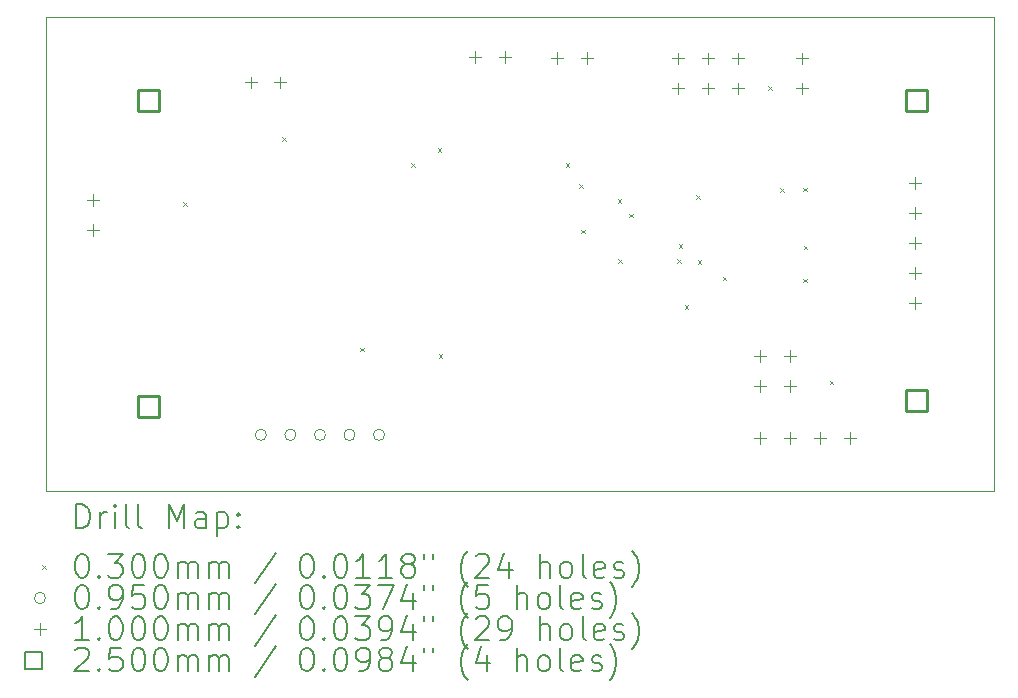
<source format=gbr>
%TF.GenerationSoftware,KiCad,Pcbnew,8.0.5*%
%TF.CreationDate,2024-11-08T11:42:43+01:00*%
%TF.ProjectId,SMD-Loetstation_v2,534d442d-4c6f-4657-9473-746174696f6e,rev?*%
%TF.SameCoordinates,Original*%
%TF.FileFunction,Drillmap*%
%TF.FilePolarity,Positive*%
%FSLAX45Y45*%
G04 Gerber Fmt 4.5, Leading zero omitted, Abs format (unit mm)*
G04 Created by KiCad (PCBNEW 8.0.5) date 2024-11-08 11:42:43*
%MOMM*%
%LPD*%
G01*
G04 APERTURE LIST*
%ADD10C,0.050000*%
%ADD11C,0.200000*%
%ADD12C,0.100000*%
%ADD13C,0.250000*%
G04 APERTURE END LIST*
D10*
X9753600Y-7162800D02*
X17780000Y-7162800D01*
X17780000Y-7162800D02*
X17780000Y-11176000D01*
X17780000Y-11176000D02*
X9753600Y-11176000D01*
X9753600Y-11176000D02*
X9753600Y-7162800D01*
D11*
D12*
X10917160Y-8732760D02*
X10947160Y-8762760D01*
X10947160Y-8732760D02*
X10917160Y-8762760D01*
X11752820Y-8182240D02*
X11782820Y-8212240D01*
X11782820Y-8182240D02*
X11752820Y-8212240D01*
X12415760Y-9962120D02*
X12445760Y-9992120D01*
X12445760Y-9962120D02*
X12415760Y-9992120D01*
X12845020Y-8400680D02*
X12875020Y-8430680D01*
X12875020Y-8400680D02*
X12845020Y-8430680D01*
X13071080Y-8273680D02*
X13101080Y-8303680D01*
X13101080Y-8273680D02*
X13071080Y-8303680D01*
X13081240Y-10018000D02*
X13111240Y-10048000D01*
X13111240Y-10018000D02*
X13081240Y-10048000D01*
X14153120Y-8402560D02*
X14183120Y-8432560D01*
X14183120Y-8402560D02*
X14153120Y-8432560D01*
X14269960Y-8580360D02*
X14299960Y-8610360D01*
X14299960Y-8580360D02*
X14269960Y-8610360D01*
X14285200Y-8965480D02*
X14315200Y-8995480D01*
X14315200Y-8965480D02*
X14285200Y-8995480D01*
X14595080Y-8707360D02*
X14625080Y-8737360D01*
X14625080Y-8707360D02*
X14595080Y-8737360D01*
X14600160Y-9215360D02*
X14630160Y-9245360D01*
X14630160Y-9215360D02*
X14600160Y-9245360D01*
X14694140Y-8829280D02*
X14724140Y-8859280D01*
X14724140Y-8829280D02*
X14694140Y-8859280D01*
X15098000Y-9215360D02*
X15128000Y-9245360D01*
X15128000Y-9215360D02*
X15098000Y-9245360D01*
X15113240Y-9088360D02*
X15143240Y-9118360D01*
X15143240Y-9088360D02*
X15113240Y-9118360D01*
X15164040Y-9601440D02*
X15194040Y-9631440D01*
X15194040Y-9601440D02*
X15164040Y-9631440D01*
X15260560Y-8671800D02*
X15290560Y-8701800D01*
X15290560Y-8671800D02*
X15260560Y-8701800D01*
X15270720Y-9220440D02*
X15300720Y-9250440D01*
X15300720Y-9220440D02*
X15270720Y-9250440D01*
X15484080Y-9362680D02*
X15514080Y-9392680D01*
X15514080Y-9362680D02*
X15484080Y-9392680D01*
X15867620Y-7747900D02*
X15897620Y-7777900D01*
X15897620Y-7747900D02*
X15867620Y-7777900D01*
X15969220Y-8611500D02*
X15999220Y-8641500D01*
X15999220Y-8611500D02*
X15969220Y-8641500D01*
X16164800Y-9378580D02*
X16194800Y-9408580D01*
X16194800Y-9378580D02*
X16164800Y-9408580D01*
X16167340Y-8608960D02*
X16197340Y-8638960D01*
X16197340Y-8608960D02*
X16167340Y-8638960D01*
X16168610Y-9100450D02*
X16198610Y-9130450D01*
X16198610Y-9100450D02*
X16168610Y-9130450D01*
X16390860Y-10241520D02*
X16420860Y-10271520D01*
X16420860Y-10241520D02*
X16390860Y-10271520D01*
X11621580Y-10701020D02*
G75*
G02*
X11526580Y-10701020I-47500J0D01*
G01*
X11526580Y-10701020D02*
G75*
G02*
X11621580Y-10701020I47500J0D01*
G01*
X11871580Y-10701020D02*
G75*
G02*
X11776580Y-10701020I-47500J0D01*
G01*
X11776580Y-10701020D02*
G75*
G02*
X11871580Y-10701020I47500J0D01*
G01*
X12121580Y-10701020D02*
G75*
G02*
X12026580Y-10701020I-47500J0D01*
G01*
X12026580Y-10701020D02*
G75*
G02*
X12121580Y-10701020I47500J0D01*
G01*
X12371580Y-10701020D02*
G75*
G02*
X12276580Y-10701020I-47500J0D01*
G01*
X12276580Y-10701020D02*
G75*
G02*
X12371580Y-10701020I47500J0D01*
G01*
X12621580Y-10701020D02*
G75*
G02*
X12526580Y-10701020I-47500J0D01*
G01*
X12526580Y-10701020D02*
G75*
G02*
X12621580Y-10701020I47500J0D01*
G01*
X10152380Y-8661700D02*
X10152380Y-8761700D01*
X10102380Y-8711700D02*
X10202380Y-8711700D01*
X10152380Y-8915700D02*
X10152380Y-9015700D01*
X10102380Y-8965700D02*
X10202380Y-8965700D01*
X11487340Y-7667180D02*
X11487340Y-7767180D01*
X11437340Y-7717180D02*
X11537340Y-7717180D01*
X11737340Y-7667180D02*
X11737340Y-7767180D01*
X11687340Y-7717180D02*
X11787340Y-7717180D01*
X13388340Y-7453160D02*
X13388340Y-7553160D01*
X13338340Y-7503160D02*
X13438340Y-7503160D01*
X13642340Y-7453160D02*
X13642340Y-7553160D01*
X13592340Y-7503160D02*
X13692340Y-7503160D01*
X14084300Y-7458240D02*
X14084300Y-7558240D01*
X14034300Y-7508240D02*
X14134300Y-7508240D01*
X14338300Y-7458240D02*
X14338300Y-7558240D01*
X14288300Y-7508240D02*
X14388300Y-7508240D01*
X15102840Y-7463980D02*
X15102840Y-7563980D01*
X15052840Y-7513980D02*
X15152840Y-7513980D01*
X15102840Y-7717980D02*
X15102840Y-7817980D01*
X15052840Y-7767980D02*
X15152840Y-7767980D01*
X15356840Y-7463980D02*
X15356840Y-7563980D01*
X15306840Y-7513980D02*
X15406840Y-7513980D01*
X15356840Y-7717980D02*
X15356840Y-7817980D01*
X15306840Y-7767980D02*
X15406840Y-7767980D01*
X15610840Y-7463980D02*
X15610840Y-7563980D01*
X15560840Y-7513980D02*
X15660840Y-7513980D01*
X15610840Y-7717980D02*
X15610840Y-7817980D01*
X15560840Y-7767980D02*
X15660840Y-7767980D01*
X15796260Y-9983660D02*
X15796260Y-10083660D01*
X15746260Y-10033660D02*
X15846260Y-10033660D01*
X15796260Y-10237660D02*
X15796260Y-10337660D01*
X15746260Y-10287660D02*
X15846260Y-10287660D01*
X15796260Y-10680890D02*
X15796260Y-10780890D01*
X15746260Y-10730890D02*
X15846260Y-10730890D01*
X16050260Y-9983660D02*
X16050260Y-10083660D01*
X16000260Y-10033660D02*
X16100260Y-10033660D01*
X16050260Y-10237660D02*
X16050260Y-10337660D01*
X16000260Y-10287660D02*
X16100260Y-10287660D01*
X16050260Y-10680890D02*
X16050260Y-10780890D01*
X16000260Y-10730890D02*
X16100260Y-10730890D01*
X16156940Y-7463980D02*
X16156940Y-7563980D01*
X16106940Y-7513980D02*
X16206940Y-7513980D01*
X16156940Y-7717980D02*
X16156940Y-7817980D01*
X16106940Y-7767980D02*
X16206940Y-7767980D01*
X16304260Y-10680890D02*
X16304260Y-10780890D01*
X16254260Y-10730890D02*
X16354260Y-10730890D01*
X16558260Y-10680890D02*
X16558260Y-10780890D01*
X16508260Y-10730890D02*
X16608260Y-10730890D01*
X17109440Y-8518080D02*
X17109440Y-8618080D01*
X17059440Y-8568080D02*
X17159440Y-8568080D01*
X17109440Y-8772080D02*
X17109440Y-8872080D01*
X17059440Y-8822080D02*
X17159440Y-8822080D01*
X17109440Y-9026080D02*
X17109440Y-9126080D01*
X17059440Y-9076080D02*
X17159440Y-9076080D01*
X17109440Y-9280080D02*
X17109440Y-9380080D01*
X17059440Y-9330080D02*
X17159440Y-9330080D01*
X17109440Y-9534080D02*
X17109440Y-9634080D01*
X17059440Y-9584080D02*
X17159440Y-9584080D01*
D13*
X10708129Y-7957969D02*
X10708129Y-7781191D01*
X10531351Y-7781191D01*
X10531351Y-7957969D01*
X10708129Y-7957969D01*
X10708129Y-10548769D02*
X10708129Y-10371991D01*
X10531351Y-10371991D01*
X10531351Y-10548769D01*
X10708129Y-10548769D01*
X17210529Y-7957969D02*
X17210529Y-7781191D01*
X17033751Y-7781191D01*
X17033751Y-7957969D01*
X17210529Y-7957969D01*
X17210529Y-10497969D02*
X17210529Y-10321191D01*
X17033751Y-10321191D01*
X17033751Y-10497969D01*
X17210529Y-10497969D01*
D11*
X10011877Y-11489984D02*
X10011877Y-11289984D01*
X10011877Y-11289984D02*
X10059496Y-11289984D01*
X10059496Y-11289984D02*
X10088067Y-11299508D01*
X10088067Y-11299508D02*
X10107115Y-11318555D01*
X10107115Y-11318555D02*
X10116639Y-11337603D01*
X10116639Y-11337603D02*
X10126163Y-11375698D01*
X10126163Y-11375698D02*
X10126163Y-11404269D01*
X10126163Y-11404269D02*
X10116639Y-11442365D01*
X10116639Y-11442365D02*
X10107115Y-11461412D01*
X10107115Y-11461412D02*
X10088067Y-11480460D01*
X10088067Y-11480460D02*
X10059496Y-11489984D01*
X10059496Y-11489984D02*
X10011877Y-11489984D01*
X10211877Y-11489984D02*
X10211877Y-11356650D01*
X10211877Y-11394746D02*
X10221401Y-11375698D01*
X10221401Y-11375698D02*
X10230924Y-11366174D01*
X10230924Y-11366174D02*
X10249972Y-11356650D01*
X10249972Y-11356650D02*
X10269020Y-11356650D01*
X10335686Y-11489984D02*
X10335686Y-11356650D01*
X10335686Y-11289984D02*
X10326163Y-11299508D01*
X10326163Y-11299508D02*
X10335686Y-11309031D01*
X10335686Y-11309031D02*
X10345210Y-11299508D01*
X10345210Y-11299508D02*
X10335686Y-11289984D01*
X10335686Y-11289984D02*
X10335686Y-11309031D01*
X10459496Y-11489984D02*
X10440448Y-11480460D01*
X10440448Y-11480460D02*
X10430924Y-11461412D01*
X10430924Y-11461412D02*
X10430924Y-11289984D01*
X10564258Y-11489984D02*
X10545210Y-11480460D01*
X10545210Y-11480460D02*
X10535686Y-11461412D01*
X10535686Y-11461412D02*
X10535686Y-11289984D01*
X10792829Y-11489984D02*
X10792829Y-11289984D01*
X10792829Y-11289984D02*
X10859496Y-11432841D01*
X10859496Y-11432841D02*
X10926163Y-11289984D01*
X10926163Y-11289984D02*
X10926163Y-11489984D01*
X11107115Y-11489984D02*
X11107115Y-11385222D01*
X11107115Y-11385222D02*
X11097591Y-11366174D01*
X11097591Y-11366174D02*
X11078544Y-11356650D01*
X11078544Y-11356650D02*
X11040448Y-11356650D01*
X11040448Y-11356650D02*
X11021401Y-11366174D01*
X11107115Y-11480460D02*
X11088067Y-11489984D01*
X11088067Y-11489984D02*
X11040448Y-11489984D01*
X11040448Y-11489984D02*
X11021401Y-11480460D01*
X11021401Y-11480460D02*
X11011877Y-11461412D01*
X11011877Y-11461412D02*
X11011877Y-11442365D01*
X11011877Y-11442365D02*
X11021401Y-11423317D01*
X11021401Y-11423317D02*
X11040448Y-11413793D01*
X11040448Y-11413793D02*
X11088067Y-11413793D01*
X11088067Y-11413793D02*
X11107115Y-11404269D01*
X11202353Y-11356650D02*
X11202353Y-11556650D01*
X11202353Y-11366174D02*
X11221401Y-11356650D01*
X11221401Y-11356650D02*
X11259496Y-11356650D01*
X11259496Y-11356650D02*
X11278543Y-11366174D01*
X11278543Y-11366174D02*
X11288067Y-11375698D01*
X11288067Y-11375698D02*
X11297591Y-11394746D01*
X11297591Y-11394746D02*
X11297591Y-11451888D01*
X11297591Y-11451888D02*
X11288067Y-11470936D01*
X11288067Y-11470936D02*
X11278543Y-11480460D01*
X11278543Y-11480460D02*
X11259496Y-11489984D01*
X11259496Y-11489984D02*
X11221401Y-11489984D01*
X11221401Y-11489984D02*
X11202353Y-11480460D01*
X11383305Y-11470936D02*
X11392829Y-11480460D01*
X11392829Y-11480460D02*
X11383305Y-11489984D01*
X11383305Y-11489984D02*
X11373782Y-11480460D01*
X11373782Y-11480460D02*
X11383305Y-11470936D01*
X11383305Y-11470936D02*
X11383305Y-11489984D01*
X11383305Y-11366174D02*
X11392829Y-11375698D01*
X11392829Y-11375698D02*
X11383305Y-11385222D01*
X11383305Y-11385222D02*
X11373782Y-11375698D01*
X11373782Y-11375698D02*
X11383305Y-11366174D01*
X11383305Y-11366174D02*
X11383305Y-11385222D01*
D12*
X9721100Y-11803500D02*
X9751100Y-11833500D01*
X9751100Y-11803500D02*
X9721100Y-11833500D01*
D11*
X10049972Y-11709984D02*
X10069020Y-11709984D01*
X10069020Y-11709984D02*
X10088067Y-11719508D01*
X10088067Y-11719508D02*
X10097591Y-11729031D01*
X10097591Y-11729031D02*
X10107115Y-11748079D01*
X10107115Y-11748079D02*
X10116639Y-11786174D01*
X10116639Y-11786174D02*
X10116639Y-11833793D01*
X10116639Y-11833793D02*
X10107115Y-11871888D01*
X10107115Y-11871888D02*
X10097591Y-11890936D01*
X10097591Y-11890936D02*
X10088067Y-11900460D01*
X10088067Y-11900460D02*
X10069020Y-11909984D01*
X10069020Y-11909984D02*
X10049972Y-11909984D01*
X10049972Y-11909984D02*
X10030924Y-11900460D01*
X10030924Y-11900460D02*
X10021401Y-11890936D01*
X10021401Y-11890936D02*
X10011877Y-11871888D01*
X10011877Y-11871888D02*
X10002353Y-11833793D01*
X10002353Y-11833793D02*
X10002353Y-11786174D01*
X10002353Y-11786174D02*
X10011877Y-11748079D01*
X10011877Y-11748079D02*
X10021401Y-11729031D01*
X10021401Y-11729031D02*
X10030924Y-11719508D01*
X10030924Y-11719508D02*
X10049972Y-11709984D01*
X10202353Y-11890936D02*
X10211877Y-11900460D01*
X10211877Y-11900460D02*
X10202353Y-11909984D01*
X10202353Y-11909984D02*
X10192829Y-11900460D01*
X10192829Y-11900460D02*
X10202353Y-11890936D01*
X10202353Y-11890936D02*
X10202353Y-11909984D01*
X10278544Y-11709984D02*
X10402353Y-11709984D01*
X10402353Y-11709984D02*
X10335686Y-11786174D01*
X10335686Y-11786174D02*
X10364258Y-11786174D01*
X10364258Y-11786174D02*
X10383305Y-11795698D01*
X10383305Y-11795698D02*
X10392829Y-11805222D01*
X10392829Y-11805222D02*
X10402353Y-11824269D01*
X10402353Y-11824269D02*
X10402353Y-11871888D01*
X10402353Y-11871888D02*
X10392829Y-11890936D01*
X10392829Y-11890936D02*
X10383305Y-11900460D01*
X10383305Y-11900460D02*
X10364258Y-11909984D01*
X10364258Y-11909984D02*
X10307115Y-11909984D01*
X10307115Y-11909984D02*
X10288067Y-11900460D01*
X10288067Y-11900460D02*
X10278544Y-11890936D01*
X10526163Y-11709984D02*
X10545210Y-11709984D01*
X10545210Y-11709984D02*
X10564258Y-11719508D01*
X10564258Y-11719508D02*
X10573782Y-11729031D01*
X10573782Y-11729031D02*
X10583305Y-11748079D01*
X10583305Y-11748079D02*
X10592829Y-11786174D01*
X10592829Y-11786174D02*
X10592829Y-11833793D01*
X10592829Y-11833793D02*
X10583305Y-11871888D01*
X10583305Y-11871888D02*
X10573782Y-11890936D01*
X10573782Y-11890936D02*
X10564258Y-11900460D01*
X10564258Y-11900460D02*
X10545210Y-11909984D01*
X10545210Y-11909984D02*
X10526163Y-11909984D01*
X10526163Y-11909984D02*
X10507115Y-11900460D01*
X10507115Y-11900460D02*
X10497591Y-11890936D01*
X10497591Y-11890936D02*
X10488067Y-11871888D01*
X10488067Y-11871888D02*
X10478544Y-11833793D01*
X10478544Y-11833793D02*
X10478544Y-11786174D01*
X10478544Y-11786174D02*
X10488067Y-11748079D01*
X10488067Y-11748079D02*
X10497591Y-11729031D01*
X10497591Y-11729031D02*
X10507115Y-11719508D01*
X10507115Y-11719508D02*
X10526163Y-11709984D01*
X10716639Y-11709984D02*
X10735686Y-11709984D01*
X10735686Y-11709984D02*
X10754734Y-11719508D01*
X10754734Y-11719508D02*
X10764258Y-11729031D01*
X10764258Y-11729031D02*
X10773782Y-11748079D01*
X10773782Y-11748079D02*
X10783305Y-11786174D01*
X10783305Y-11786174D02*
X10783305Y-11833793D01*
X10783305Y-11833793D02*
X10773782Y-11871888D01*
X10773782Y-11871888D02*
X10764258Y-11890936D01*
X10764258Y-11890936D02*
X10754734Y-11900460D01*
X10754734Y-11900460D02*
X10735686Y-11909984D01*
X10735686Y-11909984D02*
X10716639Y-11909984D01*
X10716639Y-11909984D02*
X10697591Y-11900460D01*
X10697591Y-11900460D02*
X10688067Y-11890936D01*
X10688067Y-11890936D02*
X10678544Y-11871888D01*
X10678544Y-11871888D02*
X10669020Y-11833793D01*
X10669020Y-11833793D02*
X10669020Y-11786174D01*
X10669020Y-11786174D02*
X10678544Y-11748079D01*
X10678544Y-11748079D02*
X10688067Y-11729031D01*
X10688067Y-11729031D02*
X10697591Y-11719508D01*
X10697591Y-11719508D02*
X10716639Y-11709984D01*
X10869020Y-11909984D02*
X10869020Y-11776650D01*
X10869020Y-11795698D02*
X10878544Y-11786174D01*
X10878544Y-11786174D02*
X10897591Y-11776650D01*
X10897591Y-11776650D02*
X10926163Y-11776650D01*
X10926163Y-11776650D02*
X10945210Y-11786174D01*
X10945210Y-11786174D02*
X10954734Y-11805222D01*
X10954734Y-11805222D02*
X10954734Y-11909984D01*
X10954734Y-11805222D02*
X10964258Y-11786174D01*
X10964258Y-11786174D02*
X10983305Y-11776650D01*
X10983305Y-11776650D02*
X11011877Y-11776650D01*
X11011877Y-11776650D02*
X11030925Y-11786174D01*
X11030925Y-11786174D02*
X11040448Y-11805222D01*
X11040448Y-11805222D02*
X11040448Y-11909984D01*
X11135686Y-11909984D02*
X11135686Y-11776650D01*
X11135686Y-11795698D02*
X11145210Y-11786174D01*
X11145210Y-11786174D02*
X11164258Y-11776650D01*
X11164258Y-11776650D02*
X11192829Y-11776650D01*
X11192829Y-11776650D02*
X11211877Y-11786174D01*
X11211877Y-11786174D02*
X11221401Y-11805222D01*
X11221401Y-11805222D02*
X11221401Y-11909984D01*
X11221401Y-11805222D02*
X11230924Y-11786174D01*
X11230924Y-11786174D02*
X11249972Y-11776650D01*
X11249972Y-11776650D02*
X11278543Y-11776650D01*
X11278543Y-11776650D02*
X11297591Y-11786174D01*
X11297591Y-11786174D02*
X11307115Y-11805222D01*
X11307115Y-11805222D02*
X11307115Y-11909984D01*
X11697591Y-11700460D02*
X11526163Y-11957603D01*
X11954734Y-11709984D02*
X11973782Y-11709984D01*
X11973782Y-11709984D02*
X11992829Y-11719508D01*
X11992829Y-11719508D02*
X12002353Y-11729031D01*
X12002353Y-11729031D02*
X12011877Y-11748079D01*
X12011877Y-11748079D02*
X12021401Y-11786174D01*
X12021401Y-11786174D02*
X12021401Y-11833793D01*
X12021401Y-11833793D02*
X12011877Y-11871888D01*
X12011877Y-11871888D02*
X12002353Y-11890936D01*
X12002353Y-11890936D02*
X11992829Y-11900460D01*
X11992829Y-11900460D02*
X11973782Y-11909984D01*
X11973782Y-11909984D02*
X11954734Y-11909984D01*
X11954734Y-11909984D02*
X11935686Y-11900460D01*
X11935686Y-11900460D02*
X11926163Y-11890936D01*
X11926163Y-11890936D02*
X11916639Y-11871888D01*
X11916639Y-11871888D02*
X11907115Y-11833793D01*
X11907115Y-11833793D02*
X11907115Y-11786174D01*
X11907115Y-11786174D02*
X11916639Y-11748079D01*
X11916639Y-11748079D02*
X11926163Y-11729031D01*
X11926163Y-11729031D02*
X11935686Y-11719508D01*
X11935686Y-11719508D02*
X11954734Y-11709984D01*
X12107115Y-11890936D02*
X12116639Y-11900460D01*
X12116639Y-11900460D02*
X12107115Y-11909984D01*
X12107115Y-11909984D02*
X12097591Y-11900460D01*
X12097591Y-11900460D02*
X12107115Y-11890936D01*
X12107115Y-11890936D02*
X12107115Y-11909984D01*
X12240448Y-11709984D02*
X12259496Y-11709984D01*
X12259496Y-11709984D02*
X12278544Y-11719508D01*
X12278544Y-11719508D02*
X12288067Y-11729031D01*
X12288067Y-11729031D02*
X12297591Y-11748079D01*
X12297591Y-11748079D02*
X12307115Y-11786174D01*
X12307115Y-11786174D02*
X12307115Y-11833793D01*
X12307115Y-11833793D02*
X12297591Y-11871888D01*
X12297591Y-11871888D02*
X12288067Y-11890936D01*
X12288067Y-11890936D02*
X12278544Y-11900460D01*
X12278544Y-11900460D02*
X12259496Y-11909984D01*
X12259496Y-11909984D02*
X12240448Y-11909984D01*
X12240448Y-11909984D02*
X12221401Y-11900460D01*
X12221401Y-11900460D02*
X12211877Y-11890936D01*
X12211877Y-11890936D02*
X12202353Y-11871888D01*
X12202353Y-11871888D02*
X12192829Y-11833793D01*
X12192829Y-11833793D02*
X12192829Y-11786174D01*
X12192829Y-11786174D02*
X12202353Y-11748079D01*
X12202353Y-11748079D02*
X12211877Y-11729031D01*
X12211877Y-11729031D02*
X12221401Y-11719508D01*
X12221401Y-11719508D02*
X12240448Y-11709984D01*
X12497591Y-11909984D02*
X12383306Y-11909984D01*
X12440448Y-11909984D02*
X12440448Y-11709984D01*
X12440448Y-11709984D02*
X12421401Y-11738555D01*
X12421401Y-11738555D02*
X12402353Y-11757603D01*
X12402353Y-11757603D02*
X12383306Y-11767127D01*
X12688067Y-11909984D02*
X12573782Y-11909984D01*
X12630925Y-11909984D02*
X12630925Y-11709984D01*
X12630925Y-11709984D02*
X12611877Y-11738555D01*
X12611877Y-11738555D02*
X12592829Y-11757603D01*
X12592829Y-11757603D02*
X12573782Y-11767127D01*
X12802353Y-11795698D02*
X12783306Y-11786174D01*
X12783306Y-11786174D02*
X12773782Y-11776650D01*
X12773782Y-11776650D02*
X12764258Y-11757603D01*
X12764258Y-11757603D02*
X12764258Y-11748079D01*
X12764258Y-11748079D02*
X12773782Y-11729031D01*
X12773782Y-11729031D02*
X12783306Y-11719508D01*
X12783306Y-11719508D02*
X12802353Y-11709984D01*
X12802353Y-11709984D02*
X12840448Y-11709984D01*
X12840448Y-11709984D02*
X12859496Y-11719508D01*
X12859496Y-11719508D02*
X12869020Y-11729031D01*
X12869020Y-11729031D02*
X12878544Y-11748079D01*
X12878544Y-11748079D02*
X12878544Y-11757603D01*
X12878544Y-11757603D02*
X12869020Y-11776650D01*
X12869020Y-11776650D02*
X12859496Y-11786174D01*
X12859496Y-11786174D02*
X12840448Y-11795698D01*
X12840448Y-11795698D02*
X12802353Y-11795698D01*
X12802353Y-11795698D02*
X12783306Y-11805222D01*
X12783306Y-11805222D02*
X12773782Y-11814746D01*
X12773782Y-11814746D02*
X12764258Y-11833793D01*
X12764258Y-11833793D02*
X12764258Y-11871888D01*
X12764258Y-11871888D02*
X12773782Y-11890936D01*
X12773782Y-11890936D02*
X12783306Y-11900460D01*
X12783306Y-11900460D02*
X12802353Y-11909984D01*
X12802353Y-11909984D02*
X12840448Y-11909984D01*
X12840448Y-11909984D02*
X12859496Y-11900460D01*
X12859496Y-11900460D02*
X12869020Y-11890936D01*
X12869020Y-11890936D02*
X12878544Y-11871888D01*
X12878544Y-11871888D02*
X12878544Y-11833793D01*
X12878544Y-11833793D02*
X12869020Y-11814746D01*
X12869020Y-11814746D02*
X12859496Y-11805222D01*
X12859496Y-11805222D02*
X12840448Y-11795698D01*
X12954734Y-11709984D02*
X12954734Y-11748079D01*
X13030925Y-11709984D02*
X13030925Y-11748079D01*
X13326163Y-11986174D02*
X13316639Y-11976650D01*
X13316639Y-11976650D02*
X13297591Y-11948079D01*
X13297591Y-11948079D02*
X13288068Y-11929031D01*
X13288068Y-11929031D02*
X13278544Y-11900460D01*
X13278544Y-11900460D02*
X13269020Y-11852841D01*
X13269020Y-11852841D02*
X13269020Y-11814746D01*
X13269020Y-11814746D02*
X13278544Y-11767127D01*
X13278544Y-11767127D02*
X13288068Y-11738555D01*
X13288068Y-11738555D02*
X13297591Y-11719508D01*
X13297591Y-11719508D02*
X13316639Y-11690936D01*
X13316639Y-11690936D02*
X13326163Y-11681412D01*
X13392829Y-11729031D02*
X13402353Y-11719508D01*
X13402353Y-11719508D02*
X13421401Y-11709984D01*
X13421401Y-11709984D02*
X13469020Y-11709984D01*
X13469020Y-11709984D02*
X13488068Y-11719508D01*
X13488068Y-11719508D02*
X13497591Y-11729031D01*
X13497591Y-11729031D02*
X13507115Y-11748079D01*
X13507115Y-11748079D02*
X13507115Y-11767127D01*
X13507115Y-11767127D02*
X13497591Y-11795698D01*
X13497591Y-11795698D02*
X13383306Y-11909984D01*
X13383306Y-11909984D02*
X13507115Y-11909984D01*
X13678544Y-11776650D02*
X13678544Y-11909984D01*
X13630925Y-11700460D02*
X13583306Y-11843317D01*
X13583306Y-11843317D02*
X13707115Y-11843317D01*
X13935687Y-11909984D02*
X13935687Y-11709984D01*
X14021401Y-11909984D02*
X14021401Y-11805222D01*
X14021401Y-11805222D02*
X14011877Y-11786174D01*
X14011877Y-11786174D02*
X13992830Y-11776650D01*
X13992830Y-11776650D02*
X13964258Y-11776650D01*
X13964258Y-11776650D02*
X13945210Y-11786174D01*
X13945210Y-11786174D02*
X13935687Y-11795698D01*
X14145210Y-11909984D02*
X14126163Y-11900460D01*
X14126163Y-11900460D02*
X14116639Y-11890936D01*
X14116639Y-11890936D02*
X14107115Y-11871888D01*
X14107115Y-11871888D02*
X14107115Y-11814746D01*
X14107115Y-11814746D02*
X14116639Y-11795698D01*
X14116639Y-11795698D02*
X14126163Y-11786174D01*
X14126163Y-11786174D02*
X14145210Y-11776650D01*
X14145210Y-11776650D02*
X14173782Y-11776650D01*
X14173782Y-11776650D02*
X14192830Y-11786174D01*
X14192830Y-11786174D02*
X14202353Y-11795698D01*
X14202353Y-11795698D02*
X14211877Y-11814746D01*
X14211877Y-11814746D02*
X14211877Y-11871888D01*
X14211877Y-11871888D02*
X14202353Y-11890936D01*
X14202353Y-11890936D02*
X14192830Y-11900460D01*
X14192830Y-11900460D02*
X14173782Y-11909984D01*
X14173782Y-11909984D02*
X14145210Y-11909984D01*
X14326163Y-11909984D02*
X14307115Y-11900460D01*
X14307115Y-11900460D02*
X14297591Y-11881412D01*
X14297591Y-11881412D02*
X14297591Y-11709984D01*
X14478544Y-11900460D02*
X14459496Y-11909984D01*
X14459496Y-11909984D02*
X14421401Y-11909984D01*
X14421401Y-11909984D02*
X14402353Y-11900460D01*
X14402353Y-11900460D02*
X14392830Y-11881412D01*
X14392830Y-11881412D02*
X14392830Y-11805222D01*
X14392830Y-11805222D02*
X14402353Y-11786174D01*
X14402353Y-11786174D02*
X14421401Y-11776650D01*
X14421401Y-11776650D02*
X14459496Y-11776650D01*
X14459496Y-11776650D02*
X14478544Y-11786174D01*
X14478544Y-11786174D02*
X14488068Y-11805222D01*
X14488068Y-11805222D02*
X14488068Y-11824269D01*
X14488068Y-11824269D02*
X14392830Y-11843317D01*
X14564258Y-11900460D02*
X14583306Y-11909984D01*
X14583306Y-11909984D02*
X14621401Y-11909984D01*
X14621401Y-11909984D02*
X14640449Y-11900460D01*
X14640449Y-11900460D02*
X14649972Y-11881412D01*
X14649972Y-11881412D02*
X14649972Y-11871888D01*
X14649972Y-11871888D02*
X14640449Y-11852841D01*
X14640449Y-11852841D02*
X14621401Y-11843317D01*
X14621401Y-11843317D02*
X14592830Y-11843317D01*
X14592830Y-11843317D02*
X14573782Y-11833793D01*
X14573782Y-11833793D02*
X14564258Y-11814746D01*
X14564258Y-11814746D02*
X14564258Y-11805222D01*
X14564258Y-11805222D02*
X14573782Y-11786174D01*
X14573782Y-11786174D02*
X14592830Y-11776650D01*
X14592830Y-11776650D02*
X14621401Y-11776650D01*
X14621401Y-11776650D02*
X14640449Y-11786174D01*
X14716639Y-11986174D02*
X14726163Y-11976650D01*
X14726163Y-11976650D02*
X14745211Y-11948079D01*
X14745211Y-11948079D02*
X14754734Y-11929031D01*
X14754734Y-11929031D02*
X14764258Y-11900460D01*
X14764258Y-11900460D02*
X14773782Y-11852841D01*
X14773782Y-11852841D02*
X14773782Y-11814746D01*
X14773782Y-11814746D02*
X14764258Y-11767127D01*
X14764258Y-11767127D02*
X14754734Y-11738555D01*
X14754734Y-11738555D02*
X14745211Y-11719508D01*
X14745211Y-11719508D02*
X14726163Y-11690936D01*
X14726163Y-11690936D02*
X14716639Y-11681412D01*
D12*
X9751100Y-12082500D02*
G75*
G02*
X9656100Y-12082500I-47500J0D01*
G01*
X9656100Y-12082500D02*
G75*
G02*
X9751100Y-12082500I47500J0D01*
G01*
D11*
X10049972Y-11973984D02*
X10069020Y-11973984D01*
X10069020Y-11973984D02*
X10088067Y-11983508D01*
X10088067Y-11983508D02*
X10097591Y-11993031D01*
X10097591Y-11993031D02*
X10107115Y-12012079D01*
X10107115Y-12012079D02*
X10116639Y-12050174D01*
X10116639Y-12050174D02*
X10116639Y-12097793D01*
X10116639Y-12097793D02*
X10107115Y-12135888D01*
X10107115Y-12135888D02*
X10097591Y-12154936D01*
X10097591Y-12154936D02*
X10088067Y-12164460D01*
X10088067Y-12164460D02*
X10069020Y-12173984D01*
X10069020Y-12173984D02*
X10049972Y-12173984D01*
X10049972Y-12173984D02*
X10030924Y-12164460D01*
X10030924Y-12164460D02*
X10021401Y-12154936D01*
X10021401Y-12154936D02*
X10011877Y-12135888D01*
X10011877Y-12135888D02*
X10002353Y-12097793D01*
X10002353Y-12097793D02*
X10002353Y-12050174D01*
X10002353Y-12050174D02*
X10011877Y-12012079D01*
X10011877Y-12012079D02*
X10021401Y-11993031D01*
X10021401Y-11993031D02*
X10030924Y-11983508D01*
X10030924Y-11983508D02*
X10049972Y-11973984D01*
X10202353Y-12154936D02*
X10211877Y-12164460D01*
X10211877Y-12164460D02*
X10202353Y-12173984D01*
X10202353Y-12173984D02*
X10192829Y-12164460D01*
X10192829Y-12164460D02*
X10202353Y-12154936D01*
X10202353Y-12154936D02*
X10202353Y-12173984D01*
X10307115Y-12173984D02*
X10345210Y-12173984D01*
X10345210Y-12173984D02*
X10364258Y-12164460D01*
X10364258Y-12164460D02*
X10373782Y-12154936D01*
X10373782Y-12154936D02*
X10392829Y-12126365D01*
X10392829Y-12126365D02*
X10402353Y-12088269D01*
X10402353Y-12088269D02*
X10402353Y-12012079D01*
X10402353Y-12012079D02*
X10392829Y-11993031D01*
X10392829Y-11993031D02*
X10383305Y-11983508D01*
X10383305Y-11983508D02*
X10364258Y-11973984D01*
X10364258Y-11973984D02*
X10326163Y-11973984D01*
X10326163Y-11973984D02*
X10307115Y-11983508D01*
X10307115Y-11983508D02*
X10297591Y-11993031D01*
X10297591Y-11993031D02*
X10288067Y-12012079D01*
X10288067Y-12012079D02*
X10288067Y-12059698D01*
X10288067Y-12059698D02*
X10297591Y-12078746D01*
X10297591Y-12078746D02*
X10307115Y-12088269D01*
X10307115Y-12088269D02*
X10326163Y-12097793D01*
X10326163Y-12097793D02*
X10364258Y-12097793D01*
X10364258Y-12097793D02*
X10383305Y-12088269D01*
X10383305Y-12088269D02*
X10392829Y-12078746D01*
X10392829Y-12078746D02*
X10402353Y-12059698D01*
X10583305Y-11973984D02*
X10488067Y-11973984D01*
X10488067Y-11973984D02*
X10478544Y-12069222D01*
X10478544Y-12069222D02*
X10488067Y-12059698D01*
X10488067Y-12059698D02*
X10507115Y-12050174D01*
X10507115Y-12050174D02*
X10554734Y-12050174D01*
X10554734Y-12050174D02*
X10573782Y-12059698D01*
X10573782Y-12059698D02*
X10583305Y-12069222D01*
X10583305Y-12069222D02*
X10592829Y-12088269D01*
X10592829Y-12088269D02*
X10592829Y-12135888D01*
X10592829Y-12135888D02*
X10583305Y-12154936D01*
X10583305Y-12154936D02*
X10573782Y-12164460D01*
X10573782Y-12164460D02*
X10554734Y-12173984D01*
X10554734Y-12173984D02*
X10507115Y-12173984D01*
X10507115Y-12173984D02*
X10488067Y-12164460D01*
X10488067Y-12164460D02*
X10478544Y-12154936D01*
X10716639Y-11973984D02*
X10735686Y-11973984D01*
X10735686Y-11973984D02*
X10754734Y-11983508D01*
X10754734Y-11983508D02*
X10764258Y-11993031D01*
X10764258Y-11993031D02*
X10773782Y-12012079D01*
X10773782Y-12012079D02*
X10783305Y-12050174D01*
X10783305Y-12050174D02*
X10783305Y-12097793D01*
X10783305Y-12097793D02*
X10773782Y-12135888D01*
X10773782Y-12135888D02*
X10764258Y-12154936D01*
X10764258Y-12154936D02*
X10754734Y-12164460D01*
X10754734Y-12164460D02*
X10735686Y-12173984D01*
X10735686Y-12173984D02*
X10716639Y-12173984D01*
X10716639Y-12173984D02*
X10697591Y-12164460D01*
X10697591Y-12164460D02*
X10688067Y-12154936D01*
X10688067Y-12154936D02*
X10678544Y-12135888D01*
X10678544Y-12135888D02*
X10669020Y-12097793D01*
X10669020Y-12097793D02*
X10669020Y-12050174D01*
X10669020Y-12050174D02*
X10678544Y-12012079D01*
X10678544Y-12012079D02*
X10688067Y-11993031D01*
X10688067Y-11993031D02*
X10697591Y-11983508D01*
X10697591Y-11983508D02*
X10716639Y-11973984D01*
X10869020Y-12173984D02*
X10869020Y-12040650D01*
X10869020Y-12059698D02*
X10878544Y-12050174D01*
X10878544Y-12050174D02*
X10897591Y-12040650D01*
X10897591Y-12040650D02*
X10926163Y-12040650D01*
X10926163Y-12040650D02*
X10945210Y-12050174D01*
X10945210Y-12050174D02*
X10954734Y-12069222D01*
X10954734Y-12069222D02*
X10954734Y-12173984D01*
X10954734Y-12069222D02*
X10964258Y-12050174D01*
X10964258Y-12050174D02*
X10983305Y-12040650D01*
X10983305Y-12040650D02*
X11011877Y-12040650D01*
X11011877Y-12040650D02*
X11030925Y-12050174D01*
X11030925Y-12050174D02*
X11040448Y-12069222D01*
X11040448Y-12069222D02*
X11040448Y-12173984D01*
X11135686Y-12173984D02*
X11135686Y-12040650D01*
X11135686Y-12059698D02*
X11145210Y-12050174D01*
X11145210Y-12050174D02*
X11164258Y-12040650D01*
X11164258Y-12040650D02*
X11192829Y-12040650D01*
X11192829Y-12040650D02*
X11211877Y-12050174D01*
X11211877Y-12050174D02*
X11221401Y-12069222D01*
X11221401Y-12069222D02*
X11221401Y-12173984D01*
X11221401Y-12069222D02*
X11230924Y-12050174D01*
X11230924Y-12050174D02*
X11249972Y-12040650D01*
X11249972Y-12040650D02*
X11278543Y-12040650D01*
X11278543Y-12040650D02*
X11297591Y-12050174D01*
X11297591Y-12050174D02*
X11307115Y-12069222D01*
X11307115Y-12069222D02*
X11307115Y-12173984D01*
X11697591Y-11964460D02*
X11526163Y-12221603D01*
X11954734Y-11973984D02*
X11973782Y-11973984D01*
X11973782Y-11973984D02*
X11992829Y-11983508D01*
X11992829Y-11983508D02*
X12002353Y-11993031D01*
X12002353Y-11993031D02*
X12011877Y-12012079D01*
X12011877Y-12012079D02*
X12021401Y-12050174D01*
X12021401Y-12050174D02*
X12021401Y-12097793D01*
X12021401Y-12097793D02*
X12011877Y-12135888D01*
X12011877Y-12135888D02*
X12002353Y-12154936D01*
X12002353Y-12154936D02*
X11992829Y-12164460D01*
X11992829Y-12164460D02*
X11973782Y-12173984D01*
X11973782Y-12173984D02*
X11954734Y-12173984D01*
X11954734Y-12173984D02*
X11935686Y-12164460D01*
X11935686Y-12164460D02*
X11926163Y-12154936D01*
X11926163Y-12154936D02*
X11916639Y-12135888D01*
X11916639Y-12135888D02*
X11907115Y-12097793D01*
X11907115Y-12097793D02*
X11907115Y-12050174D01*
X11907115Y-12050174D02*
X11916639Y-12012079D01*
X11916639Y-12012079D02*
X11926163Y-11993031D01*
X11926163Y-11993031D02*
X11935686Y-11983508D01*
X11935686Y-11983508D02*
X11954734Y-11973984D01*
X12107115Y-12154936D02*
X12116639Y-12164460D01*
X12116639Y-12164460D02*
X12107115Y-12173984D01*
X12107115Y-12173984D02*
X12097591Y-12164460D01*
X12097591Y-12164460D02*
X12107115Y-12154936D01*
X12107115Y-12154936D02*
X12107115Y-12173984D01*
X12240448Y-11973984D02*
X12259496Y-11973984D01*
X12259496Y-11973984D02*
X12278544Y-11983508D01*
X12278544Y-11983508D02*
X12288067Y-11993031D01*
X12288067Y-11993031D02*
X12297591Y-12012079D01*
X12297591Y-12012079D02*
X12307115Y-12050174D01*
X12307115Y-12050174D02*
X12307115Y-12097793D01*
X12307115Y-12097793D02*
X12297591Y-12135888D01*
X12297591Y-12135888D02*
X12288067Y-12154936D01*
X12288067Y-12154936D02*
X12278544Y-12164460D01*
X12278544Y-12164460D02*
X12259496Y-12173984D01*
X12259496Y-12173984D02*
X12240448Y-12173984D01*
X12240448Y-12173984D02*
X12221401Y-12164460D01*
X12221401Y-12164460D02*
X12211877Y-12154936D01*
X12211877Y-12154936D02*
X12202353Y-12135888D01*
X12202353Y-12135888D02*
X12192829Y-12097793D01*
X12192829Y-12097793D02*
X12192829Y-12050174D01*
X12192829Y-12050174D02*
X12202353Y-12012079D01*
X12202353Y-12012079D02*
X12211877Y-11993031D01*
X12211877Y-11993031D02*
X12221401Y-11983508D01*
X12221401Y-11983508D02*
X12240448Y-11973984D01*
X12373782Y-11973984D02*
X12497591Y-11973984D01*
X12497591Y-11973984D02*
X12430925Y-12050174D01*
X12430925Y-12050174D02*
X12459496Y-12050174D01*
X12459496Y-12050174D02*
X12478544Y-12059698D01*
X12478544Y-12059698D02*
X12488067Y-12069222D01*
X12488067Y-12069222D02*
X12497591Y-12088269D01*
X12497591Y-12088269D02*
X12497591Y-12135888D01*
X12497591Y-12135888D02*
X12488067Y-12154936D01*
X12488067Y-12154936D02*
X12478544Y-12164460D01*
X12478544Y-12164460D02*
X12459496Y-12173984D01*
X12459496Y-12173984D02*
X12402353Y-12173984D01*
X12402353Y-12173984D02*
X12383306Y-12164460D01*
X12383306Y-12164460D02*
X12373782Y-12154936D01*
X12564258Y-11973984D02*
X12697591Y-11973984D01*
X12697591Y-11973984D02*
X12611877Y-12173984D01*
X12859496Y-12040650D02*
X12859496Y-12173984D01*
X12811877Y-11964460D02*
X12764258Y-12107317D01*
X12764258Y-12107317D02*
X12888067Y-12107317D01*
X12954734Y-11973984D02*
X12954734Y-12012079D01*
X13030925Y-11973984D02*
X13030925Y-12012079D01*
X13326163Y-12250174D02*
X13316639Y-12240650D01*
X13316639Y-12240650D02*
X13297591Y-12212079D01*
X13297591Y-12212079D02*
X13288068Y-12193031D01*
X13288068Y-12193031D02*
X13278544Y-12164460D01*
X13278544Y-12164460D02*
X13269020Y-12116841D01*
X13269020Y-12116841D02*
X13269020Y-12078746D01*
X13269020Y-12078746D02*
X13278544Y-12031127D01*
X13278544Y-12031127D02*
X13288068Y-12002555D01*
X13288068Y-12002555D02*
X13297591Y-11983508D01*
X13297591Y-11983508D02*
X13316639Y-11954936D01*
X13316639Y-11954936D02*
X13326163Y-11945412D01*
X13497591Y-11973984D02*
X13402353Y-11973984D01*
X13402353Y-11973984D02*
X13392829Y-12069222D01*
X13392829Y-12069222D02*
X13402353Y-12059698D01*
X13402353Y-12059698D02*
X13421401Y-12050174D01*
X13421401Y-12050174D02*
X13469020Y-12050174D01*
X13469020Y-12050174D02*
X13488068Y-12059698D01*
X13488068Y-12059698D02*
X13497591Y-12069222D01*
X13497591Y-12069222D02*
X13507115Y-12088269D01*
X13507115Y-12088269D02*
X13507115Y-12135888D01*
X13507115Y-12135888D02*
X13497591Y-12154936D01*
X13497591Y-12154936D02*
X13488068Y-12164460D01*
X13488068Y-12164460D02*
X13469020Y-12173984D01*
X13469020Y-12173984D02*
X13421401Y-12173984D01*
X13421401Y-12173984D02*
X13402353Y-12164460D01*
X13402353Y-12164460D02*
X13392829Y-12154936D01*
X13745210Y-12173984D02*
X13745210Y-11973984D01*
X13830925Y-12173984D02*
X13830925Y-12069222D01*
X13830925Y-12069222D02*
X13821401Y-12050174D01*
X13821401Y-12050174D02*
X13802353Y-12040650D01*
X13802353Y-12040650D02*
X13773782Y-12040650D01*
X13773782Y-12040650D02*
X13754734Y-12050174D01*
X13754734Y-12050174D02*
X13745210Y-12059698D01*
X13954734Y-12173984D02*
X13935687Y-12164460D01*
X13935687Y-12164460D02*
X13926163Y-12154936D01*
X13926163Y-12154936D02*
X13916639Y-12135888D01*
X13916639Y-12135888D02*
X13916639Y-12078746D01*
X13916639Y-12078746D02*
X13926163Y-12059698D01*
X13926163Y-12059698D02*
X13935687Y-12050174D01*
X13935687Y-12050174D02*
X13954734Y-12040650D01*
X13954734Y-12040650D02*
X13983306Y-12040650D01*
X13983306Y-12040650D02*
X14002353Y-12050174D01*
X14002353Y-12050174D02*
X14011877Y-12059698D01*
X14011877Y-12059698D02*
X14021401Y-12078746D01*
X14021401Y-12078746D02*
X14021401Y-12135888D01*
X14021401Y-12135888D02*
X14011877Y-12154936D01*
X14011877Y-12154936D02*
X14002353Y-12164460D01*
X14002353Y-12164460D02*
X13983306Y-12173984D01*
X13983306Y-12173984D02*
X13954734Y-12173984D01*
X14135687Y-12173984D02*
X14116639Y-12164460D01*
X14116639Y-12164460D02*
X14107115Y-12145412D01*
X14107115Y-12145412D02*
X14107115Y-11973984D01*
X14288068Y-12164460D02*
X14269020Y-12173984D01*
X14269020Y-12173984D02*
X14230925Y-12173984D01*
X14230925Y-12173984D02*
X14211877Y-12164460D01*
X14211877Y-12164460D02*
X14202353Y-12145412D01*
X14202353Y-12145412D02*
X14202353Y-12069222D01*
X14202353Y-12069222D02*
X14211877Y-12050174D01*
X14211877Y-12050174D02*
X14230925Y-12040650D01*
X14230925Y-12040650D02*
X14269020Y-12040650D01*
X14269020Y-12040650D02*
X14288068Y-12050174D01*
X14288068Y-12050174D02*
X14297591Y-12069222D01*
X14297591Y-12069222D02*
X14297591Y-12088269D01*
X14297591Y-12088269D02*
X14202353Y-12107317D01*
X14373782Y-12164460D02*
X14392830Y-12173984D01*
X14392830Y-12173984D02*
X14430925Y-12173984D01*
X14430925Y-12173984D02*
X14449972Y-12164460D01*
X14449972Y-12164460D02*
X14459496Y-12145412D01*
X14459496Y-12145412D02*
X14459496Y-12135888D01*
X14459496Y-12135888D02*
X14449972Y-12116841D01*
X14449972Y-12116841D02*
X14430925Y-12107317D01*
X14430925Y-12107317D02*
X14402353Y-12107317D01*
X14402353Y-12107317D02*
X14383306Y-12097793D01*
X14383306Y-12097793D02*
X14373782Y-12078746D01*
X14373782Y-12078746D02*
X14373782Y-12069222D01*
X14373782Y-12069222D02*
X14383306Y-12050174D01*
X14383306Y-12050174D02*
X14402353Y-12040650D01*
X14402353Y-12040650D02*
X14430925Y-12040650D01*
X14430925Y-12040650D02*
X14449972Y-12050174D01*
X14526163Y-12250174D02*
X14535687Y-12240650D01*
X14535687Y-12240650D02*
X14554734Y-12212079D01*
X14554734Y-12212079D02*
X14564258Y-12193031D01*
X14564258Y-12193031D02*
X14573782Y-12164460D01*
X14573782Y-12164460D02*
X14583306Y-12116841D01*
X14583306Y-12116841D02*
X14583306Y-12078746D01*
X14583306Y-12078746D02*
X14573782Y-12031127D01*
X14573782Y-12031127D02*
X14564258Y-12002555D01*
X14564258Y-12002555D02*
X14554734Y-11983508D01*
X14554734Y-11983508D02*
X14535687Y-11954936D01*
X14535687Y-11954936D02*
X14526163Y-11945412D01*
D12*
X9701100Y-12296500D02*
X9701100Y-12396500D01*
X9651100Y-12346500D02*
X9751100Y-12346500D01*
D11*
X10116639Y-12437984D02*
X10002353Y-12437984D01*
X10059496Y-12437984D02*
X10059496Y-12237984D01*
X10059496Y-12237984D02*
X10040448Y-12266555D01*
X10040448Y-12266555D02*
X10021401Y-12285603D01*
X10021401Y-12285603D02*
X10002353Y-12295127D01*
X10202353Y-12418936D02*
X10211877Y-12428460D01*
X10211877Y-12428460D02*
X10202353Y-12437984D01*
X10202353Y-12437984D02*
X10192829Y-12428460D01*
X10192829Y-12428460D02*
X10202353Y-12418936D01*
X10202353Y-12418936D02*
X10202353Y-12437984D01*
X10335686Y-12237984D02*
X10354734Y-12237984D01*
X10354734Y-12237984D02*
X10373782Y-12247508D01*
X10373782Y-12247508D02*
X10383305Y-12257031D01*
X10383305Y-12257031D02*
X10392829Y-12276079D01*
X10392829Y-12276079D02*
X10402353Y-12314174D01*
X10402353Y-12314174D02*
X10402353Y-12361793D01*
X10402353Y-12361793D02*
X10392829Y-12399888D01*
X10392829Y-12399888D02*
X10383305Y-12418936D01*
X10383305Y-12418936D02*
X10373782Y-12428460D01*
X10373782Y-12428460D02*
X10354734Y-12437984D01*
X10354734Y-12437984D02*
X10335686Y-12437984D01*
X10335686Y-12437984D02*
X10316639Y-12428460D01*
X10316639Y-12428460D02*
X10307115Y-12418936D01*
X10307115Y-12418936D02*
X10297591Y-12399888D01*
X10297591Y-12399888D02*
X10288067Y-12361793D01*
X10288067Y-12361793D02*
X10288067Y-12314174D01*
X10288067Y-12314174D02*
X10297591Y-12276079D01*
X10297591Y-12276079D02*
X10307115Y-12257031D01*
X10307115Y-12257031D02*
X10316639Y-12247508D01*
X10316639Y-12247508D02*
X10335686Y-12237984D01*
X10526163Y-12237984D02*
X10545210Y-12237984D01*
X10545210Y-12237984D02*
X10564258Y-12247508D01*
X10564258Y-12247508D02*
X10573782Y-12257031D01*
X10573782Y-12257031D02*
X10583305Y-12276079D01*
X10583305Y-12276079D02*
X10592829Y-12314174D01*
X10592829Y-12314174D02*
X10592829Y-12361793D01*
X10592829Y-12361793D02*
X10583305Y-12399888D01*
X10583305Y-12399888D02*
X10573782Y-12418936D01*
X10573782Y-12418936D02*
X10564258Y-12428460D01*
X10564258Y-12428460D02*
X10545210Y-12437984D01*
X10545210Y-12437984D02*
X10526163Y-12437984D01*
X10526163Y-12437984D02*
X10507115Y-12428460D01*
X10507115Y-12428460D02*
X10497591Y-12418936D01*
X10497591Y-12418936D02*
X10488067Y-12399888D01*
X10488067Y-12399888D02*
X10478544Y-12361793D01*
X10478544Y-12361793D02*
X10478544Y-12314174D01*
X10478544Y-12314174D02*
X10488067Y-12276079D01*
X10488067Y-12276079D02*
X10497591Y-12257031D01*
X10497591Y-12257031D02*
X10507115Y-12247508D01*
X10507115Y-12247508D02*
X10526163Y-12237984D01*
X10716639Y-12237984D02*
X10735686Y-12237984D01*
X10735686Y-12237984D02*
X10754734Y-12247508D01*
X10754734Y-12247508D02*
X10764258Y-12257031D01*
X10764258Y-12257031D02*
X10773782Y-12276079D01*
X10773782Y-12276079D02*
X10783305Y-12314174D01*
X10783305Y-12314174D02*
X10783305Y-12361793D01*
X10783305Y-12361793D02*
X10773782Y-12399888D01*
X10773782Y-12399888D02*
X10764258Y-12418936D01*
X10764258Y-12418936D02*
X10754734Y-12428460D01*
X10754734Y-12428460D02*
X10735686Y-12437984D01*
X10735686Y-12437984D02*
X10716639Y-12437984D01*
X10716639Y-12437984D02*
X10697591Y-12428460D01*
X10697591Y-12428460D02*
X10688067Y-12418936D01*
X10688067Y-12418936D02*
X10678544Y-12399888D01*
X10678544Y-12399888D02*
X10669020Y-12361793D01*
X10669020Y-12361793D02*
X10669020Y-12314174D01*
X10669020Y-12314174D02*
X10678544Y-12276079D01*
X10678544Y-12276079D02*
X10688067Y-12257031D01*
X10688067Y-12257031D02*
X10697591Y-12247508D01*
X10697591Y-12247508D02*
X10716639Y-12237984D01*
X10869020Y-12437984D02*
X10869020Y-12304650D01*
X10869020Y-12323698D02*
X10878544Y-12314174D01*
X10878544Y-12314174D02*
X10897591Y-12304650D01*
X10897591Y-12304650D02*
X10926163Y-12304650D01*
X10926163Y-12304650D02*
X10945210Y-12314174D01*
X10945210Y-12314174D02*
X10954734Y-12333222D01*
X10954734Y-12333222D02*
X10954734Y-12437984D01*
X10954734Y-12333222D02*
X10964258Y-12314174D01*
X10964258Y-12314174D02*
X10983305Y-12304650D01*
X10983305Y-12304650D02*
X11011877Y-12304650D01*
X11011877Y-12304650D02*
X11030925Y-12314174D01*
X11030925Y-12314174D02*
X11040448Y-12333222D01*
X11040448Y-12333222D02*
X11040448Y-12437984D01*
X11135686Y-12437984D02*
X11135686Y-12304650D01*
X11135686Y-12323698D02*
X11145210Y-12314174D01*
X11145210Y-12314174D02*
X11164258Y-12304650D01*
X11164258Y-12304650D02*
X11192829Y-12304650D01*
X11192829Y-12304650D02*
X11211877Y-12314174D01*
X11211877Y-12314174D02*
X11221401Y-12333222D01*
X11221401Y-12333222D02*
X11221401Y-12437984D01*
X11221401Y-12333222D02*
X11230924Y-12314174D01*
X11230924Y-12314174D02*
X11249972Y-12304650D01*
X11249972Y-12304650D02*
X11278543Y-12304650D01*
X11278543Y-12304650D02*
X11297591Y-12314174D01*
X11297591Y-12314174D02*
X11307115Y-12333222D01*
X11307115Y-12333222D02*
X11307115Y-12437984D01*
X11697591Y-12228460D02*
X11526163Y-12485603D01*
X11954734Y-12237984D02*
X11973782Y-12237984D01*
X11973782Y-12237984D02*
X11992829Y-12247508D01*
X11992829Y-12247508D02*
X12002353Y-12257031D01*
X12002353Y-12257031D02*
X12011877Y-12276079D01*
X12011877Y-12276079D02*
X12021401Y-12314174D01*
X12021401Y-12314174D02*
X12021401Y-12361793D01*
X12021401Y-12361793D02*
X12011877Y-12399888D01*
X12011877Y-12399888D02*
X12002353Y-12418936D01*
X12002353Y-12418936D02*
X11992829Y-12428460D01*
X11992829Y-12428460D02*
X11973782Y-12437984D01*
X11973782Y-12437984D02*
X11954734Y-12437984D01*
X11954734Y-12437984D02*
X11935686Y-12428460D01*
X11935686Y-12428460D02*
X11926163Y-12418936D01*
X11926163Y-12418936D02*
X11916639Y-12399888D01*
X11916639Y-12399888D02*
X11907115Y-12361793D01*
X11907115Y-12361793D02*
X11907115Y-12314174D01*
X11907115Y-12314174D02*
X11916639Y-12276079D01*
X11916639Y-12276079D02*
X11926163Y-12257031D01*
X11926163Y-12257031D02*
X11935686Y-12247508D01*
X11935686Y-12247508D02*
X11954734Y-12237984D01*
X12107115Y-12418936D02*
X12116639Y-12428460D01*
X12116639Y-12428460D02*
X12107115Y-12437984D01*
X12107115Y-12437984D02*
X12097591Y-12428460D01*
X12097591Y-12428460D02*
X12107115Y-12418936D01*
X12107115Y-12418936D02*
X12107115Y-12437984D01*
X12240448Y-12237984D02*
X12259496Y-12237984D01*
X12259496Y-12237984D02*
X12278544Y-12247508D01*
X12278544Y-12247508D02*
X12288067Y-12257031D01*
X12288067Y-12257031D02*
X12297591Y-12276079D01*
X12297591Y-12276079D02*
X12307115Y-12314174D01*
X12307115Y-12314174D02*
X12307115Y-12361793D01*
X12307115Y-12361793D02*
X12297591Y-12399888D01*
X12297591Y-12399888D02*
X12288067Y-12418936D01*
X12288067Y-12418936D02*
X12278544Y-12428460D01*
X12278544Y-12428460D02*
X12259496Y-12437984D01*
X12259496Y-12437984D02*
X12240448Y-12437984D01*
X12240448Y-12437984D02*
X12221401Y-12428460D01*
X12221401Y-12428460D02*
X12211877Y-12418936D01*
X12211877Y-12418936D02*
X12202353Y-12399888D01*
X12202353Y-12399888D02*
X12192829Y-12361793D01*
X12192829Y-12361793D02*
X12192829Y-12314174D01*
X12192829Y-12314174D02*
X12202353Y-12276079D01*
X12202353Y-12276079D02*
X12211877Y-12257031D01*
X12211877Y-12257031D02*
X12221401Y-12247508D01*
X12221401Y-12247508D02*
X12240448Y-12237984D01*
X12373782Y-12237984D02*
X12497591Y-12237984D01*
X12497591Y-12237984D02*
X12430925Y-12314174D01*
X12430925Y-12314174D02*
X12459496Y-12314174D01*
X12459496Y-12314174D02*
X12478544Y-12323698D01*
X12478544Y-12323698D02*
X12488067Y-12333222D01*
X12488067Y-12333222D02*
X12497591Y-12352269D01*
X12497591Y-12352269D02*
X12497591Y-12399888D01*
X12497591Y-12399888D02*
X12488067Y-12418936D01*
X12488067Y-12418936D02*
X12478544Y-12428460D01*
X12478544Y-12428460D02*
X12459496Y-12437984D01*
X12459496Y-12437984D02*
X12402353Y-12437984D01*
X12402353Y-12437984D02*
X12383306Y-12428460D01*
X12383306Y-12428460D02*
X12373782Y-12418936D01*
X12592829Y-12437984D02*
X12630925Y-12437984D01*
X12630925Y-12437984D02*
X12649972Y-12428460D01*
X12649972Y-12428460D02*
X12659496Y-12418936D01*
X12659496Y-12418936D02*
X12678544Y-12390365D01*
X12678544Y-12390365D02*
X12688067Y-12352269D01*
X12688067Y-12352269D02*
X12688067Y-12276079D01*
X12688067Y-12276079D02*
X12678544Y-12257031D01*
X12678544Y-12257031D02*
X12669020Y-12247508D01*
X12669020Y-12247508D02*
X12649972Y-12237984D01*
X12649972Y-12237984D02*
X12611877Y-12237984D01*
X12611877Y-12237984D02*
X12592829Y-12247508D01*
X12592829Y-12247508D02*
X12583306Y-12257031D01*
X12583306Y-12257031D02*
X12573782Y-12276079D01*
X12573782Y-12276079D02*
X12573782Y-12323698D01*
X12573782Y-12323698D02*
X12583306Y-12342746D01*
X12583306Y-12342746D02*
X12592829Y-12352269D01*
X12592829Y-12352269D02*
X12611877Y-12361793D01*
X12611877Y-12361793D02*
X12649972Y-12361793D01*
X12649972Y-12361793D02*
X12669020Y-12352269D01*
X12669020Y-12352269D02*
X12678544Y-12342746D01*
X12678544Y-12342746D02*
X12688067Y-12323698D01*
X12859496Y-12304650D02*
X12859496Y-12437984D01*
X12811877Y-12228460D02*
X12764258Y-12371317D01*
X12764258Y-12371317D02*
X12888067Y-12371317D01*
X12954734Y-12237984D02*
X12954734Y-12276079D01*
X13030925Y-12237984D02*
X13030925Y-12276079D01*
X13326163Y-12514174D02*
X13316639Y-12504650D01*
X13316639Y-12504650D02*
X13297591Y-12476079D01*
X13297591Y-12476079D02*
X13288068Y-12457031D01*
X13288068Y-12457031D02*
X13278544Y-12428460D01*
X13278544Y-12428460D02*
X13269020Y-12380841D01*
X13269020Y-12380841D02*
X13269020Y-12342746D01*
X13269020Y-12342746D02*
X13278544Y-12295127D01*
X13278544Y-12295127D02*
X13288068Y-12266555D01*
X13288068Y-12266555D02*
X13297591Y-12247508D01*
X13297591Y-12247508D02*
X13316639Y-12218936D01*
X13316639Y-12218936D02*
X13326163Y-12209412D01*
X13392829Y-12257031D02*
X13402353Y-12247508D01*
X13402353Y-12247508D02*
X13421401Y-12237984D01*
X13421401Y-12237984D02*
X13469020Y-12237984D01*
X13469020Y-12237984D02*
X13488068Y-12247508D01*
X13488068Y-12247508D02*
X13497591Y-12257031D01*
X13497591Y-12257031D02*
X13507115Y-12276079D01*
X13507115Y-12276079D02*
X13507115Y-12295127D01*
X13507115Y-12295127D02*
X13497591Y-12323698D01*
X13497591Y-12323698D02*
X13383306Y-12437984D01*
X13383306Y-12437984D02*
X13507115Y-12437984D01*
X13602353Y-12437984D02*
X13640448Y-12437984D01*
X13640448Y-12437984D02*
X13659496Y-12428460D01*
X13659496Y-12428460D02*
X13669020Y-12418936D01*
X13669020Y-12418936D02*
X13688068Y-12390365D01*
X13688068Y-12390365D02*
X13697591Y-12352269D01*
X13697591Y-12352269D02*
X13697591Y-12276079D01*
X13697591Y-12276079D02*
X13688068Y-12257031D01*
X13688068Y-12257031D02*
X13678544Y-12247508D01*
X13678544Y-12247508D02*
X13659496Y-12237984D01*
X13659496Y-12237984D02*
X13621401Y-12237984D01*
X13621401Y-12237984D02*
X13602353Y-12247508D01*
X13602353Y-12247508D02*
X13592829Y-12257031D01*
X13592829Y-12257031D02*
X13583306Y-12276079D01*
X13583306Y-12276079D02*
X13583306Y-12323698D01*
X13583306Y-12323698D02*
X13592829Y-12342746D01*
X13592829Y-12342746D02*
X13602353Y-12352269D01*
X13602353Y-12352269D02*
X13621401Y-12361793D01*
X13621401Y-12361793D02*
X13659496Y-12361793D01*
X13659496Y-12361793D02*
X13678544Y-12352269D01*
X13678544Y-12352269D02*
X13688068Y-12342746D01*
X13688068Y-12342746D02*
X13697591Y-12323698D01*
X13935687Y-12437984D02*
X13935687Y-12237984D01*
X14021401Y-12437984D02*
X14021401Y-12333222D01*
X14021401Y-12333222D02*
X14011877Y-12314174D01*
X14011877Y-12314174D02*
X13992830Y-12304650D01*
X13992830Y-12304650D02*
X13964258Y-12304650D01*
X13964258Y-12304650D02*
X13945210Y-12314174D01*
X13945210Y-12314174D02*
X13935687Y-12323698D01*
X14145210Y-12437984D02*
X14126163Y-12428460D01*
X14126163Y-12428460D02*
X14116639Y-12418936D01*
X14116639Y-12418936D02*
X14107115Y-12399888D01*
X14107115Y-12399888D02*
X14107115Y-12342746D01*
X14107115Y-12342746D02*
X14116639Y-12323698D01*
X14116639Y-12323698D02*
X14126163Y-12314174D01*
X14126163Y-12314174D02*
X14145210Y-12304650D01*
X14145210Y-12304650D02*
X14173782Y-12304650D01*
X14173782Y-12304650D02*
X14192830Y-12314174D01*
X14192830Y-12314174D02*
X14202353Y-12323698D01*
X14202353Y-12323698D02*
X14211877Y-12342746D01*
X14211877Y-12342746D02*
X14211877Y-12399888D01*
X14211877Y-12399888D02*
X14202353Y-12418936D01*
X14202353Y-12418936D02*
X14192830Y-12428460D01*
X14192830Y-12428460D02*
X14173782Y-12437984D01*
X14173782Y-12437984D02*
X14145210Y-12437984D01*
X14326163Y-12437984D02*
X14307115Y-12428460D01*
X14307115Y-12428460D02*
X14297591Y-12409412D01*
X14297591Y-12409412D02*
X14297591Y-12237984D01*
X14478544Y-12428460D02*
X14459496Y-12437984D01*
X14459496Y-12437984D02*
X14421401Y-12437984D01*
X14421401Y-12437984D02*
X14402353Y-12428460D01*
X14402353Y-12428460D02*
X14392830Y-12409412D01*
X14392830Y-12409412D02*
X14392830Y-12333222D01*
X14392830Y-12333222D02*
X14402353Y-12314174D01*
X14402353Y-12314174D02*
X14421401Y-12304650D01*
X14421401Y-12304650D02*
X14459496Y-12304650D01*
X14459496Y-12304650D02*
X14478544Y-12314174D01*
X14478544Y-12314174D02*
X14488068Y-12333222D01*
X14488068Y-12333222D02*
X14488068Y-12352269D01*
X14488068Y-12352269D02*
X14392830Y-12371317D01*
X14564258Y-12428460D02*
X14583306Y-12437984D01*
X14583306Y-12437984D02*
X14621401Y-12437984D01*
X14621401Y-12437984D02*
X14640449Y-12428460D01*
X14640449Y-12428460D02*
X14649972Y-12409412D01*
X14649972Y-12409412D02*
X14649972Y-12399888D01*
X14649972Y-12399888D02*
X14640449Y-12380841D01*
X14640449Y-12380841D02*
X14621401Y-12371317D01*
X14621401Y-12371317D02*
X14592830Y-12371317D01*
X14592830Y-12371317D02*
X14573782Y-12361793D01*
X14573782Y-12361793D02*
X14564258Y-12342746D01*
X14564258Y-12342746D02*
X14564258Y-12333222D01*
X14564258Y-12333222D02*
X14573782Y-12314174D01*
X14573782Y-12314174D02*
X14592830Y-12304650D01*
X14592830Y-12304650D02*
X14621401Y-12304650D01*
X14621401Y-12304650D02*
X14640449Y-12314174D01*
X14716639Y-12514174D02*
X14726163Y-12504650D01*
X14726163Y-12504650D02*
X14745211Y-12476079D01*
X14745211Y-12476079D02*
X14754734Y-12457031D01*
X14754734Y-12457031D02*
X14764258Y-12428460D01*
X14764258Y-12428460D02*
X14773782Y-12380841D01*
X14773782Y-12380841D02*
X14773782Y-12342746D01*
X14773782Y-12342746D02*
X14764258Y-12295127D01*
X14764258Y-12295127D02*
X14754734Y-12266555D01*
X14754734Y-12266555D02*
X14745211Y-12247508D01*
X14745211Y-12247508D02*
X14726163Y-12218936D01*
X14726163Y-12218936D02*
X14716639Y-12209412D01*
X9721811Y-12681211D02*
X9721811Y-12539789D01*
X9580389Y-12539789D01*
X9580389Y-12681211D01*
X9721811Y-12681211D01*
X10002353Y-12521031D02*
X10011877Y-12511508D01*
X10011877Y-12511508D02*
X10030924Y-12501984D01*
X10030924Y-12501984D02*
X10078544Y-12501984D01*
X10078544Y-12501984D02*
X10097591Y-12511508D01*
X10097591Y-12511508D02*
X10107115Y-12521031D01*
X10107115Y-12521031D02*
X10116639Y-12540079D01*
X10116639Y-12540079D02*
X10116639Y-12559127D01*
X10116639Y-12559127D02*
X10107115Y-12587698D01*
X10107115Y-12587698D02*
X9992829Y-12701984D01*
X9992829Y-12701984D02*
X10116639Y-12701984D01*
X10202353Y-12682936D02*
X10211877Y-12692460D01*
X10211877Y-12692460D02*
X10202353Y-12701984D01*
X10202353Y-12701984D02*
X10192829Y-12692460D01*
X10192829Y-12692460D02*
X10202353Y-12682936D01*
X10202353Y-12682936D02*
X10202353Y-12701984D01*
X10392829Y-12501984D02*
X10297591Y-12501984D01*
X10297591Y-12501984D02*
X10288067Y-12597222D01*
X10288067Y-12597222D02*
X10297591Y-12587698D01*
X10297591Y-12587698D02*
X10316639Y-12578174D01*
X10316639Y-12578174D02*
X10364258Y-12578174D01*
X10364258Y-12578174D02*
X10383305Y-12587698D01*
X10383305Y-12587698D02*
X10392829Y-12597222D01*
X10392829Y-12597222D02*
X10402353Y-12616269D01*
X10402353Y-12616269D02*
X10402353Y-12663888D01*
X10402353Y-12663888D02*
X10392829Y-12682936D01*
X10392829Y-12682936D02*
X10383305Y-12692460D01*
X10383305Y-12692460D02*
X10364258Y-12701984D01*
X10364258Y-12701984D02*
X10316639Y-12701984D01*
X10316639Y-12701984D02*
X10297591Y-12692460D01*
X10297591Y-12692460D02*
X10288067Y-12682936D01*
X10526163Y-12501984D02*
X10545210Y-12501984D01*
X10545210Y-12501984D02*
X10564258Y-12511508D01*
X10564258Y-12511508D02*
X10573782Y-12521031D01*
X10573782Y-12521031D02*
X10583305Y-12540079D01*
X10583305Y-12540079D02*
X10592829Y-12578174D01*
X10592829Y-12578174D02*
X10592829Y-12625793D01*
X10592829Y-12625793D02*
X10583305Y-12663888D01*
X10583305Y-12663888D02*
X10573782Y-12682936D01*
X10573782Y-12682936D02*
X10564258Y-12692460D01*
X10564258Y-12692460D02*
X10545210Y-12701984D01*
X10545210Y-12701984D02*
X10526163Y-12701984D01*
X10526163Y-12701984D02*
X10507115Y-12692460D01*
X10507115Y-12692460D02*
X10497591Y-12682936D01*
X10497591Y-12682936D02*
X10488067Y-12663888D01*
X10488067Y-12663888D02*
X10478544Y-12625793D01*
X10478544Y-12625793D02*
X10478544Y-12578174D01*
X10478544Y-12578174D02*
X10488067Y-12540079D01*
X10488067Y-12540079D02*
X10497591Y-12521031D01*
X10497591Y-12521031D02*
X10507115Y-12511508D01*
X10507115Y-12511508D02*
X10526163Y-12501984D01*
X10716639Y-12501984D02*
X10735686Y-12501984D01*
X10735686Y-12501984D02*
X10754734Y-12511508D01*
X10754734Y-12511508D02*
X10764258Y-12521031D01*
X10764258Y-12521031D02*
X10773782Y-12540079D01*
X10773782Y-12540079D02*
X10783305Y-12578174D01*
X10783305Y-12578174D02*
X10783305Y-12625793D01*
X10783305Y-12625793D02*
X10773782Y-12663888D01*
X10773782Y-12663888D02*
X10764258Y-12682936D01*
X10764258Y-12682936D02*
X10754734Y-12692460D01*
X10754734Y-12692460D02*
X10735686Y-12701984D01*
X10735686Y-12701984D02*
X10716639Y-12701984D01*
X10716639Y-12701984D02*
X10697591Y-12692460D01*
X10697591Y-12692460D02*
X10688067Y-12682936D01*
X10688067Y-12682936D02*
X10678544Y-12663888D01*
X10678544Y-12663888D02*
X10669020Y-12625793D01*
X10669020Y-12625793D02*
X10669020Y-12578174D01*
X10669020Y-12578174D02*
X10678544Y-12540079D01*
X10678544Y-12540079D02*
X10688067Y-12521031D01*
X10688067Y-12521031D02*
X10697591Y-12511508D01*
X10697591Y-12511508D02*
X10716639Y-12501984D01*
X10869020Y-12701984D02*
X10869020Y-12568650D01*
X10869020Y-12587698D02*
X10878544Y-12578174D01*
X10878544Y-12578174D02*
X10897591Y-12568650D01*
X10897591Y-12568650D02*
X10926163Y-12568650D01*
X10926163Y-12568650D02*
X10945210Y-12578174D01*
X10945210Y-12578174D02*
X10954734Y-12597222D01*
X10954734Y-12597222D02*
X10954734Y-12701984D01*
X10954734Y-12597222D02*
X10964258Y-12578174D01*
X10964258Y-12578174D02*
X10983305Y-12568650D01*
X10983305Y-12568650D02*
X11011877Y-12568650D01*
X11011877Y-12568650D02*
X11030925Y-12578174D01*
X11030925Y-12578174D02*
X11040448Y-12597222D01*
X11040448Y-12597222D02*
X11040448Y-12701984D01*
X11135686Y-12701984D02*
X11135686Y-12568650D01*
X11135686Y-12587698D02*
X11145210Y-12578174D01*
X11145210Y-12578174D02*
X11164258Y-12568650D01*
X11164258Y-12568650D02*
X11192829Y-12568650D01*
X11192829Y-12568650D02*
X11211877Y-12578174D01*
X11211877Y-12578174D02*
X11221401Y-12597222D01*
X11221401Y-12597222D02*
X11221401Y-12701984D01*
X11221401Y-12597222D02*
X11230924Y-12578174D01*
X11230924Y-12578174D02*
X11249972Y-12568650D01*
X11249972Y-12568650D02*
X11278543Y-12568650D01*
X11278543Y-12568650D02*
X11297591Y-12578174D01*
X11297591Y-12578174D02*
X11307115Y-12597222D01*
X11307115Y-12597222D02*
X11307115Y-12701984D01*
X11697591Y-12492460D02*
X11526163Y-12749603D01*
X11954734Y-12501984D02*
X11973782Y-12501984D01*
X11973782Y-12501984D02*
X11992829Y-12511508D01*
X11992829Y-12511508D02*
X12002353Y-12521031D01*
X12002353Y-12521031D02*
X12011877Y-12540079D01*
X12011877Y-12540079D02*
X12021401Y-12578174D01*
X12021401Y-12578174D02*
X12021401Y-12625793D01*
X12021401Y-12625793D02*
X12011877Y-12663888D01*
X12011877Y-12663888D02*
X12002353Y-12682936D01*
X12002353Y-12682936D02*
X11992829Y-12692460D01*
X11992829Y-12692460D02*
X11973782Y-12701984D01*
X11973782Y-12701984D02*
X11954734Y-12701984D01*
X11954734Y-12701984D02*
X11935686Y-12692460D01*
X11935686Y-12692460D02*
X11926163Y-12682936D01*
X11926163Y-12682936D02*
X11916639Y-12663888D01*
X11916639Y-12663888D02*
X11907115Y-12625793D01*
X11907115Y-12625793D02*
X11907115Y-12578174D01*
X11907115Y-12578174D02*
X11916639Y-12540079D01*
X11916639Y-12540079D02*
X11926163Y-12521031D01*
X11926163Y-12521031D02*
X11935686Y-12511508D01*
X11935686Y-12511508D02*
X11954734Y-12501984D01*
X12107115Y-12682936D02*
X12116639Y-12692460D01*
X12116639Y-12692460D02*
X12107115Y-12701984D01*
X12107115Y-12701984D02*
X12097591Y-12692460D01*
X12097591Y-12692460D02*
X12107115Y-12682936D01*
X12107115Y-12682936D02*
X12107115Y-12701984D01*
X12240448Y-12501984D02*
X12259496Y-12501984D01*
X12259496Y-12501984D02*
X12278544Y-12511508D01*
X12278544Y-12511508D02*
X12288067Y-12521031D01*
X12288067Y-12521031D02*
X12297591Y-12540079D01*
X12297591Y-12540079D02*
X12307115Y-12578174D01*
X12307115Y-12578174D02*
X12307115Y-12625793D01*
X12307115Y-12625793D02*
X12297591Y-12663888D01*
X12297591Y-12663888D02*
X12288067Y-12682936D01*
X12288067Y-12682936D02*
X12278544Y-12692460D01*
X12278544Y-12692460D02*
X12259496Y-12701984D01*
X12259496Y-12701984D02*
X12240448Y-12701984D01*
X12240448Y-12701984D02*
X12221401Y-12692460D01*
X12221401Y-12692460D02*
X12211877Y-12682936D01*
X12211877Y-12682936D02*
X12202353Y-12663888D01*
X12202353Y-12663888D02*
X12192829Y-12625793D01*
X12192829Y-12625793D02*
X12192829Y-12578174D01*
X12192829Y-12578174D02*
X12202353Y-12540079D01*
X12202353Y-12540079D02*
X12211877Y-12521031D01*
X12211877Y-12521031D02*
X12221401Y-12511508D01*
X12221401Y-12511508D02*
X12240448Y-12501984D01*
X12402353Y-12701984D02*
X12440448Y-12701984D01*
X12440448Y-12701984D02*
X12459496Y-12692460D01*
X12459496Y-12692460D02*
X12469020Y-12682936D01*
X12469020Y-12682936D02*
X12488067Y-12654365D01*
X12488067Y-12654365D02*
X12497591Y-12616269D01*
X12497591Y-12616269D02*
X12497591Y-12540079D01*
X12497591Y-12540079D02*
X12488067Y-12521031D01*
X12488067Y-12521031D02*
X12478544Y-12511508D01*
X12478544Y-12511508D02*
X12459496Y-12501984D01*
X12459496Y-12501984D02*
X12421401Y-12501984D01*
X12421401Y-12501984D02*
X12402353Y-12511508D01*
X12402353Y-12511508D02*
X12392829Y-12521031D01*
X12392829Y-12521031D02*
X12383306Y-12540079D01*
X12383306Y-12540079D02*
X12383306Y-12587698D01*
X12383306Y-12587698D02*
X12392829Y-12606746D01*
X12392829Y-12606746D02*
X12402353Y-12616269D01*
X12402353Y-12616269D02*
X12421401Y-12625793D01*
X12421401Y-12625793D02*
X12459496Y-12625793D01*
X12459496Y-12625793D02*
X12478544Y-12616269D01*
X12478544Y-12616269D02*
X12488067Y-12606746D01*
X12488067Y-12606746D02*
X12497591Y-12587698D01*
X12611877Y-12587698D02*
X12592829Y-12578174D01*
X12592829Y-12578174D02*
X12583306Y-12568650D01*
X12583306Y-12568650D02*
X12573782Y-12549603D01*
X12573782Y-12549603D02*
X12573782Y-12540079D01*
X12573782Y-12540079D02*
X12583306Y-12521031D01*
X12583306Y-12521031D02*
X12592829Y-12511508D01*
X12592829Y-12511508D02*
X12611877Y-12501984D01*
X12611877Y-12501984D02*
X12649972Y-12501984D01*
X12649972Y-12501984D02*
X12669020Y-12511508D01*
X12669020Y-12511508D02*
X12678544Y-12521031D01*
X12678544Y-12521031D02*
X12688067Y-12540079D01*
X12688067Y-12540079D02*
X12688067Y-12549603D01*
X12688067Y-12549603D02*
X12678544Y-12568650D01*
X12678544Y-12568650D02*
X12669020Y-12578174D01*
X12669020Y-12578174D02*
X12649972Y-12587698D01*
X12649972Y-12587698D02*
X12611877Y-12587698D01*
X12611877Y-12587698D02*
X12592829Y-12597222D01*
X12592829Y-12597222D02*
X12583306Y-12606746D01*
X12583306Y-12606746D02*
X12573782Y-12625793D01*
X12573782Y-12625793D02*
X12573782Y-12663888D01*
X12573782Y-12663888D02*
X12583306Y-12682936D01*
X12583306Y-12682936D02*
X12592829Y-12692460D01*
X12592829Y-12692460D02*
X12611877Y-12701984D01*
X12611877Y-12701984D02*
X12649972Y-12701984D01*
X12649972Y-12701984D02*
X12669020Y-12692460D01*
X12669020Y-12692460D02*
X12678544Y-12682936D01*
X12678544Y-12682936D02*
X12688067Y-12663888D01*
X12688067Y-12663888D02*
X12688067Y-12625793D01*
X12688067Y-12625793D02*
X12678544Y-12606746D01*
X12678544Y-12606746D02*
X12669020Y-12597222D01*
X12669020Y-12597222D02*
X12649972Y-12587698D01*
X12859496Y-12568650D02*
X12859496Y-12701984D01*
X12811877Y-12492460D02*
X12764258Y-12635317D01*
X12764258Y-12635317D02*
X12888067Y-12635317D01*
X12954734Y-12501984D02*
X12954734Y-12540079D01*
X13030925Y-12501984D02*
X13030925Y-12540079D01*
X13326163Y-12778174D02*
X13316639Y-12768650D01*
X13316639Y-12768650D02*
X13297591Y-12740079D01*
X13297591Y-12740079D02*
X13288068Y-12721031D01*
X13288068Y-12721031D02*
X13278544Y-12692460D01*
X13278544Y-12692460D02*
X13269020Y-12644841D01*
X13269020Y-12644841D02*
X13269020Y-12606746D01*
X13269020Y-12606746D02*
X13278544Y-12559127D01*
X13278544Y-12559127D02*
X13288068Y-12530555D01*
X13288068Y-12530555D02*
X13297591Y-12511508D01*
X13297591Y-12511508D02*
X13316639Y-12482936D01*
X13316639Y-12482936D02*
X13326163Y-12473412D01*
X13488068Y-12568650D02*
X13488068Y-12701984D01*
X13440448Y-12492460D02*
X13392829Y-12635317D01*
X13392829Y-12635317D02*
X13516639Y-12635317D01*
X13745210Y-12701984D02*
X13745210Y-12501984D01*
X13830925Y-12701984D02*
X13830925Y-12597222D01*
X13830925Y-12597222D02*
X13821401Y-12578174D01*
X13821401Y-12578174D02*
X13802353Y-12568650D01*
X13802353Y-12568650D02*
X13773782Y-12568650D01*
X13773782Y-12568650D02*
X13754734Y-12578174D01*
X13754734Y-12578174D02*
X13745210Y-12587698D01*
X13954734Y-12701984D02*
X13935687Y-12692460D01*
X13935687Y-12692460D02*
X13926163Y-12682936D01*
X13926163Y-12682936D02*
X13916639Y-12663888D01*
X13916639Y-12663888D02*
X13916639Y-12606746D01*
X13916639Y-12606746D02*
X13926163Y-12587698D01*
X13926163Y-12587698D02*
X13935687Y-12578174D01*
X13935687Y-12578174D02*
X13954734Y-12568650D01*
X13954734Y-12568650D02*
X13983306Y-12568650D01*
X13983306Y-12568650D02*
X14002353Y-12578174D01*
X14002353Y-12578174D02*
X14011877Y-12587698D01*
X14011877Y-12587698D02*
X14021401Y-12606746D01*
X14021401Y-12606746D02*
X14021401Y-12663888D01*
X14021401Y-12663888D02*
X14011877Y-12682936D01*
X14011877Y-12682936D02*
X14002353Y-12692460D01*
X14002353Y-12692460D02*
X13983306Y-12701984D01*
X13983306Y-12701984D02*
X13954734Y-12701984D01*
X14135687Y-12701984D02*
X14116639Y-12692460D01*
X14116639Y-12692460D02*
X14107115Y-12673412D01*
X14107115Y-12673412D02*
X14107115Y-12501984D01*
X14288068Y-12692460D02*
X14269020Y-12701984D01*
X14269020Y-12701984D02*
X14230925Y-12701984D01*
X14230925Y-12701984D02*
X14211877Y-12692460D01*
X14211877Y-12692460D02*
X14202353Y-12673412D01*
X14202353Y-12673412D02*
X14202353Y-12597222D01*
X14202353Y-12597222D02*
X14211877Y-12578174D01*
X14211877Y-12578174D02*
X14230925Y-12568650D01*
X14230925Y-12568650D02*
X14269020Y-12568650D01*
X14269020Y-12568650D02*
X14288068Y-12578174D01*
X14288068Y-12578174D02*
X14297591Y-12597222D01*
X14297591Y-12597222D02*
X14297591Y-12616269D01*
X14297591Y-12616269D02*
X14202353Y-12635317D01*
X14373782Y-12692460D02*
X14392830Y-12701984D01*
X14392830Y-12701984D02*
X14430925Y-12701984D01*
X14430925Y-12701984D02*
X14449972Y-12692460D01*
X14449972Y-12692460D02*
X14459496Y-12673412D01*
X14459496Y-12673412D02*
X14459496Y-12663888D01*
X14459496Y-12663888D02*
X14449972Y-12644841D01*
X14449972Y-12644841D02*
X14430925Y-12635317D01*
X14430925Y-12635317D02*
X14402353Y-12635317D01*
X14402353Y-12635317D02*
X14383306Y-12625793D01*
X14383306Y-12625793D02*
X14373782Y-12606746D01*
X14373782Y-12606746D02*
X14373782Y-12597222D01*
X14373782Y-12597222D02*
X14383306Y-12578174D01*
X14383306Y-12578174D02*
X14402353Y-12568650D01*
X14402353Y-12568650D02*
X14430925Y-12568650D01*
X14430925Y-12568650D02*
X14449972Y-12578174D01*
X14526163Y-12778174D02*
X14535687Y-12768650D01*
X14535687Y-12768650D02*
X14554734Y-12740079D01*
X14554734Y-12740079D02*
X14564258Y-12721031D01*
X14564258Y-12721031D02*
X14573782Y-12692460D01*
X14573782Y-12692460D02*
X14583306Y-12644841D01*
X14583306Y-12644841D02*
X14583306Y-12606746D01*
X14583306Y-12606746D02*
X14573782Y-12559127D01*
X14573782Y-12559127D02*
X14564258Y-12530555D01*
X14564258Y-12530555D02*
X14554734Y-12511508D01*
X14554734Y-12511508D02*
X14535687Y-12482936D01*
X14535687Y-12482936D02*
X14526163Y-12473412D01*
M02*

</source>
